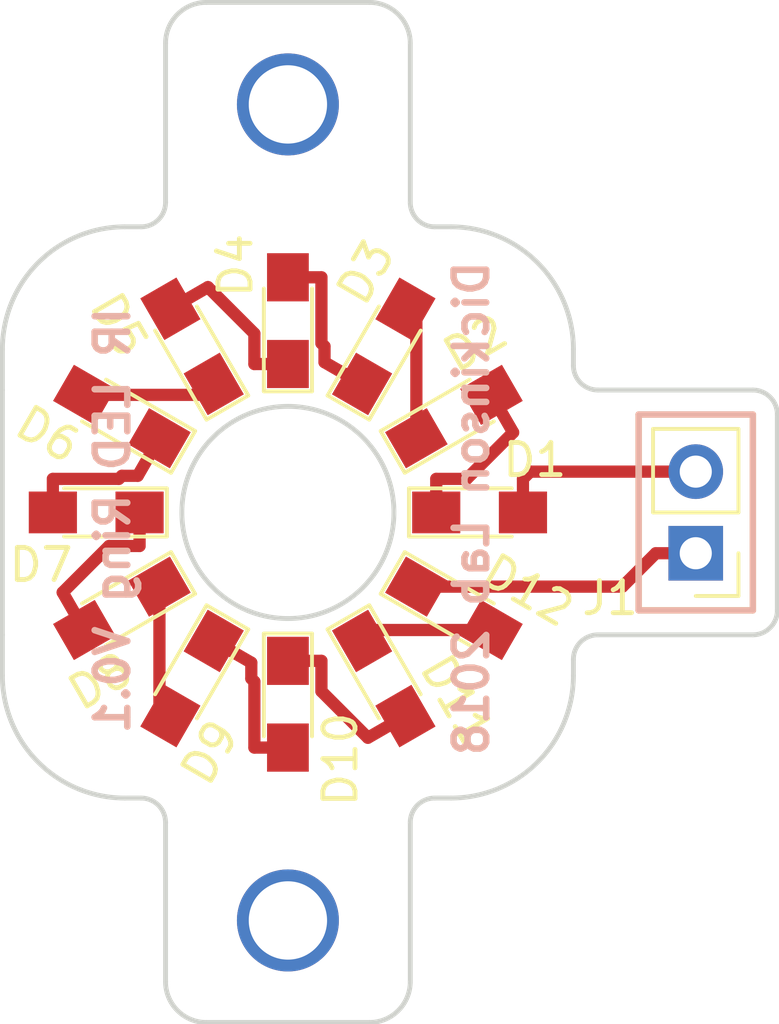
<source format=kicad_pcb>
(kicad_pcb (version 4) (host pcbnew 4.0.7-e2-6376~58~ubuntu16.04.1)

  (general
    (links 13)
    (no_connects 0)
    (area 41.834999 34.29 68.25082 67.1576)
    (thickness 1.6)
    (drawings 45)
    (tracks 45)
    (zones 0)
    (modules 15)
    (nets 14)
  )

  (page A4)
  (layers
    (0 F.Cu signal)
    (31 B.Cu signal)
    (32 B.Adhes user)
    (33 F.Adhes user)
    (34 B.Paste user)
    (35 F.Paste user)
    (36 B.SilkS user)
    (37 F.SilkS user)
    (38 B.Mask user)
    (39 F.Mask user)
    (40 Dwgs.User user)
    (41 Cmts.User user)
    (42 Eco1.User user)
    (43 Eco2.User user)
    (44 Edge.Cuts user)
    (45 Margin user)
    (46 B.CrtYd user)
    (47 F.CrtYd user)
    (48 B.Fab user)
    (49 F.Fab user)
  )

  (setup
    (last_trace_width 0.381)
    (trace_clearance 0.2032)
    (zone_clearance 0.508)
    (zone_45_only no)
    (trace_min 0.1524)
    (segment_width 0.2)
    (edge_width 0.15)
    (via_size 0.6858)
    (via_drill 0.3302)
    (via_min_size 0.6858)
    (via_min_drill 0.3302)
    (uvia_size 0.6858)
    (uvia_drill 0.3302)
    (uvias_allowed no)
    (uvia_min_size 0)
    (uvia_min_drill 0)
    (pcb_text_width 0.3)
    (pcb_text_size 1.5 1.5)
    (mod_edge_width 0.15)
    (mod_text_size 1 1)
    (mod_text_width 0.15)
    (pad_size 1.524 1.524)
    (pad_drill 0.762)
    (pad_to_mask_clearance 0.2)
    (aux_axis_origin 0 0)
    (visible_elements FFFFFF7F)
    (pcbplotparams
      (layerselection 0x010f0_80000001)
      (usegerberextensions false)
      (excludeedgelayer true)
      (linewidth 0.100000)
      (plotframeref false)
      (viasonmask false)
      (mode 1)
      (useauxorigin false)
      (hpglpennumber 1)
      (hpglpenspeed 20)
      (hpglpendiameter 15)
      (hpglpenoverlay 2)
      (psnegative false)
      (psa4output false)
      (plotreference true)
      (plotvalue true)
      (plotinvisibletext false)
      (padsonsilk false)
      (subtractmaskfromsilk false)
      (outputformat 1)
      (mirror false)
      (drillshape 0)
      (scaleselection 1)
      (outputdirectory gerber_v0p1/))
  )

  (net 0 "")
  (net 1 "Net-(D1-Pad1)")
  (net 2 "Net-(D1-Pad2)")
  (net 3 "Net-(D2-Pad1)")
  (net 4 "Net-(D3-Pad1)")
  (net 5 "Net-(D4-Pad1)")
  (net 6 "Net-(D5-Pad1)")
  (net 7 "Net-(D6-Pad1)")
  (net 8 "Net-(D7-Pad1)")
  (net 9 "Net-(D8-Pad1)")
  (net 10 "Net-(D10-Pad2)")
  (net 11 "Net-(D10-Pad1)")
  (net 12 "Net-(D11-Pad1)")
  (net 13 GND)

  (net_class Default "This is the default net class."
    (clearance 0.2032)
    (trace_width 0.381)
    (via_dia 0.6858)
    (via_drill 0.3302)
    (uvia_dia 0.6858)
    (uvia_drill 0.3302)
    (add_net GND)
    (add_net "Net-(D1-Pad1)")
    (add_net "Net-(D1-Pad2)")
    (add_net "Net-(D10-Pad1)")
    (add_net "Net-(D10-Pad2)")
    (add_net "Net-(D11-Pad1)")
    (add_net "Net-(D2-Pad1)")
    (add_net "Net-(D3-Pad1)")
    (add_net "Net-(D4-Pad1)")
    (add_net "Net-(D5-Pad1)")
    (add_net "Net-(D6-Pad1)")
    (add_net "Net-(D7-Pad1)")
    (add_net "Net-(D8-Pad1)")
  )

  (module LEDs:LED_0805_HandSoldering (layer F.Cu) (tedit 595FCA25) (tstamp 5B08B2AF)
    (at 56.769 50.8)
    (descr "Resistor SMD 0805, hand soldering")
    (tags "resistor 0805")
    (path /5B089FC0)
    (attr smd)
    (fp_text reference D1 (at 1.718028 -1.633929) (layer F.SilkS)
      (effects (font (size 1 1) (thickness 0.15)))
    )
    (fp_text value LED (at 0 1.75) (layer F.Fab) hide
      (effects (font (size 1 1) (thickness 0.15)))
    )
    (fp_line (start -0.4 -0.4) (end -0.4 0.4) (layer F.Fab) (width 0.1))
    (fp_line (start -0.4 0) (end 0.2 -0.4) (layer F.Fab) (width 0.1))
    (fp_line (start 0.2 0.4) (end -0.4 0) (layer F.Fab) (width 0.1))
    (fp_line (start 0.2 -0.4) (end 0.2 0.4) (layer F.Fab) (width 0.1))
    (fp_line (start -1 0.62) (end -1 -0.62) (layer F.Fab) (width 0.1))
    (fp_line (start 1 0.62) (end -1 0.62) (layer F.Fab) (width 0.1))
    (fp_line (start 1 -0.62) (end 1 0.62) (layer F.Fab) (width 0.1))
    (fp_line (start -1 -0.62) (end 1 -0.62) (layer F.Fab) (width 0.1))
    (fp_line (start 1 0.75) (end -2.2 0.75) (layer F.SilkS) (width 0.12))
    (fp_line (start -2.2 -0.75) (end 1 -0.75) (layer F.SilkS) (width 0.12))
    (fp_line (start -2.35 -0.9) (end 2.35 -0.9) (layer F.CrtYd) (width 0.05))
    (fp_line (start -2.35 -0.9) (end -2.35 0.9) (layer F.CrtYd) (width 0.05))
    (fp_line (start 2.35 0.9) (end 2.35 -0.9) (layer F.CrtYd) (width 0.05))
    (fp_line (start 2.35 0.9) (end -2.35 0.9) (layer F.CrtYd) (width 0.05))
    (fp_line (start -2.2 -0.75) (end -2.2 0.75) (layer F.SilkS) (width 0.12))
    (pad 1 smd rect (at -1.35 0) (size 1.5 1.3) (layers F.Cu F.Paste F.Mask)
      (net 1 "Net-(D1-Pad1)"))
    (pad 2 smd rect (at 1.35 0) (size 1.5 1.3) (layers F.Cu F.Paste F.Mask)
      (net 2 "Net-(D1-Pad2)"))
    (model ${KISYS3DMOD}/LEDs.3dshapes/LED_0805.wrl
      (at (xyz 0 0 0))
      (scale (xyz 1 1 1))
      (rotate (xyz 0 0 0))
    )
  )

  (module LEDs:LED_0805_HandSoldering (layer F.Cu) (tedit 595FCA25) (tstamp 5B08B2B5)
    (at 55.9693 47.8155 30)
    (descr "Resistor SMD 0805, hand soldering")
    (tags "resistor 0805")
    (path /5B08B467)
    (attr smd)
    (fp_text reference D2 (at 1.718027 -1.633928 30) (layer F.SilkS)
      (effects (font (size 1 1) (thickness 0.15)))
    )
    (fp_text value LED (at 0 1.75 30) (layer F.Fab) hide
      (effects (font (size 1 1) (thickness 0.15)))
    )
    (fp_line (start -0.4 -0.4) (end -0.4 0.4) (layer F.Fab) (width 0.1))
    (fp_line (start -0.4 0) (end 0.2 -0.4) (layer F.Fab) (width 0.1))
    (fp_line (start 0.2 0.4) (end -0.4 0) (layer F.Fab) (width 0.1))
    (fp_line (start 0.2 -0.4) (end 0.2 0.4) (layer F.Fab) (width 0.1))
    (fp_line (start -1 0.62) (end -1 -0.62) (layer F.Fab) (width 0.1))
    (fp_line (start 1 0.62) (end -1 0.62) (layer F.Fab) (width 0.1))
    (fp_line (start 1 -0.62) (end 1 0.62) (layer F.Fab) (width 0.1))
    (fp_line (start -1 -0.62) (end 1 -0.62) (layer F.Fab) (width 0.1))
    (fp_line (start 1 0.75) (end -2.2 0.75) (layer F.SilkS) (width 0.12))
    (fp_line (start -2.2 -0.75) (end 1 -0.75) (layer F.SilkS) (width 0.12))
    (fp_line (start -2.35 -0.9) (end 2.35 -0.9) (layer F.CrtYd) (width 0.05))
    (fp_line (start -2.35 -0.9) (end -2.35 0.9) (layer F.CrtYd) (width 0.05))
    (fp_line (start 2.35 0.9) (end 2.35 -0.9) (layer F.CrtYd) (width 0.05))
    (fp_line (start 2.35 0.9) (end -2.35 0.9) (layer F.CrtYd) (width 0.05))
    (fp_line (start -2.2 -0.75) (end -2.2 0.75) (layer F.SilkS) (width 0.12))
    (pad 1 smd rect (at -1.35 0 30) (size 1.5 1.3) (layers F.Cu F.Paste F.Mask)
      (net 3 "Net-(D2-Pad1)"))
    (pad 2 smd rect (at 1.35 0 30) (size 1.5 1.3) (layers F.Cu F.Paste F.Mask)
      (net 1 "Net-(D1-Pad1)"))
    (model ${KISYS3DMOD}/LEDs.3dshapes/LED_0805.wrl
      (at (xyz 0 0 0))
      (scale (xyz 1 1 1))
      (rotate (xyz 0 0 0))
    )
  )

  (module LEDs:LED_0805_HandSoldering (layer F.Cu) (tedit 595FCA25) (tstamp 5B08B2BB)
    (at 53.7845 45.6307 60)
    (descr "Resistor SMD 0805, hand soldering")
    (tags "resistor 0805")
    (path /5B08B4C1)
    (attr smd)
    (fp_text reference D3 (at 1.718027 -1.633928 60) (layer F.SilkS)
      (effects (font (size 1 1) (thickness 0.15)))
    )
    (fp_text value LED (at 0 1.75 60) (layer F.Fab) hide
      (effects (font (size 1 1) (thickness 0.15)))
    )
    (fp_line (start -0.4 -0.4) (end -0.4 0.4) (layer F.Fab) (width 0.1))
    (fp_line (start -0.4 0) (end 0.2 -0.4) (layer F.Fab) (width 0.1))
    (fp_line (start 0.2 0.4) (end -0.4 0) (layer F.Fab) (width 0.1))
    (fp_line (start 0.2 -0.4) (end 0.2 0.4) (layer F.Fab) (width 0.1))
    (fp_line (start -1 0.62) (end -1 -0.62) (layer F.Fab) (width 0.1))
    (fp_line (start 1 0.62) (end -1 0.62) (layer F.Fab) (width 0.1))
    (fp_line (start 1 -0.62) (end 1 0.62) (layer F.Fab) (width 0.1))
    (fp_line (start -1 -0.62) (end 1 -0.62) (layer F.Fab) (width 0.1))
    (fp_line (start 1 0.75) (end -2.2 0.75) (layer F.SilkS) (width 0.12))
    (fp_line (start -2.2 -0.75) (end 1 -0.75) (layer F.SilkS) (width 0.12))
    (fp_line (start -2.35 -0.9) (end 2.35 -0.9) (layer F.CrtYd) (width 0.05))
    (fp_line (start -2.35 -0.9) (end -2.35 0.9) (layer F.CrtYd) (width 0.05))
    (fp_line (start 2.35 0.9) (end 2.35 -0.9) (layer F.CrtYd) (width 0.05))
    (fp_line (start 2.35 0.9) (end -2.35 0.9) (layer F.CrtYd) (width 0.05))
    (fp_line (start -2.2 -0.75) (end -2.2 0.75) (layer F.SilkS) (width 0.12))
    (pad 1 smd rect (at -1.35 0 60) (size 1.5 1.3) (layers F.Cu F.Paste F.Mask)
      (net 4 "Net-(D3-Pad1)"))
    (pad 2 smd rect (at 1.35 0 60) (size 1.5 1.3) (layers F.Cu F.Paste F.Mask)
      (net 3 "Net-(D2-Pad1)"))
    (model ${KISYS3DMOD}/LEDs.3dshapes/LED_0805.wrl
      (at (xyz 0 0 0))
      (scale (xyz 1 1 1))
      (rotate (xyz 0 0 0))
    )
  )

  (module LEDs:LED_0805_HandSoldering (layer F.Cu) (tedit 595FCA25) (tstamp 5B08B2C1)
    (at 50.8 44.831 90)
    (descr "Resistor SMD 0805, hand soldering")
    (tags "resistor 0805")
    (path /5B08B4C7)
    (attr smd)
    (fp_text reference D4 (at 1.718028 -1.633929 90) (layer F.SilkS)
      (effects (font (size 1 1) (thickness 0.15)))
    )
    (fp_text value LED (at 0 1.75 90) (layer F.Fab) hide
      (effects (font (size 1 1) (thickness 0.15)))
    )
    (fp_line (start -0.4 -0.4) (end -0.4 0.4) (layer F.Fab) (width 0.1))
    (fp_line (start -0.4 0) (end 0.2 -0.4) (layer F.Fab) (width 0.1))
    (fp_line (start 0.2 0.4) (end -0.4 0) (layer F.Fab) (width 0.1))
    (fp_line (start 0.2 -0.4) (end 0.2 0.4) (layer F.Fab) (width 0.1))
    (fp_line (start -1 0.62) (end -1 -0.62) (layer F.Fab) (width 0.1))
    (fp_line (start 1 0.62) (end -1 0.62) (layer F.Fab) (width 0.1))
    (fp_line (start 1 -0.62) (end 1 0.62) (layer F.Fab) (width 0.1))
    (fp_line (start -1 -0.62) (end 1 -0.62) (layer F.Fab) (width 0.1))
    (fp_line (start 1 0.75) (end -2.2 0.75) (layer F.SilkS) (width 0.12))
    (fp_line (start -2.2 -0.75) (end 1 -0.75) (layer F.SilkS) (width 0.12))
    (fp_line (start -2.35 -0.9) (end 2.35 -0.9) (layer F.CrtYd) (width 0.05))
    (fp_line (start -2.35 -0.9) (end -2.35 0.9) (layer F.CrtYd) (width 0.05))
    (fp_line (start 2.35 0.9) (end 2.35 -0.9) (layer F.CrtYd) (width 0.05))
    (fp_line (start 2.35 0.9) (end -2.35 0.9) (layer F.CrtYd) (width 0.05))
    (fp_line (start -2.2 -0.75) (end -2.2 0.75) (layer F.SilkS) (width 0.12))
    (pad 1 smd rect (at -1.35 0 90) (size 1.5 1.3) (layers F.Cu F.Paste F.Mask)
      (net 5 "Net-(D4-Pad1)"))
    (pad 2 smd rect (at 1.35 0 90) (size 1.5 1.3) (layers F.Cu F.Paste F.Mask)
      (net 4 "Net-(D3-Pad1)"))
    (model ${KISYS3DMOD}/LEDs.3dshapes/LED_0805.wrl
      (at (xyz 0 0 0))
      (scale (xyz 1 1 1))
      (rotate (xyz 0 0 0))
    )
  )

  (module LEDs:LED_0805_HandSoldering (layer F.Cu) (tedit 595FCA25) (tstamp 5B08B2C7)
    (at 47.8155 45.6307 120)
    (descr "Resistor SMD 0805, hand soldering")
    (tags "resistor 0805")
    (path /5B08B749)
    (attr smd)
    (fp_text reference D5 (at 1.718027 -1.633928 120) (layer F.SilkS)
      (effects (font (size 1 1) (thickness 0.15)))
    )
    (fp_text value LED (at 0 1.75 120) (layer F.Fab) hide
      (effects (font (size 1 1) (thickness 0.15)))
    )
    (fp_line (start -0.4 -0.4) (end -0.4 0.4) (layer F.Fab) (width 0.1))
    (fp_line (start -0.4 0) (end 0.2 -0.4) (layer F.Fab) (width 0.1))
    (fp_line (start 0.2 0.4) (end -0.4 0) (layer F.Fab) (width 0.1))
    (fp_line (start 0.2 -0.4) (end 0.2 0.4) (layer F.Fab) (width 0.1))
    (fp_line (start -1 0.62) (end -1 -0.62) (layer F.Fab) (width 0.1))
    (fp_line (start 1 0.62) (end -1 0.62) (layer F.Fab) (width 0.1))
    (fp_line (start 1 -0.62) (end 1 0.62) (layer F.Fab) (width 0.1))
    (fp_line (start -1 -0.62) (end 1 -0.62) (layer F.Fab) (width 0.1))
    (fp_line (start 1 0.75) (end -2.2 0.75) (layer F.SilkS) (width 0.12))
    (fp_line (start -2.2 -0.75) (end 1 -0.75) (layer F.SilkS) (width 0.12))
    (fp_line (start -2.35 -0.9) (end 2.35 -0.9) (layer F.CrtYd) (width 0.05))
    (fp_line (start -2.35 -0.9) (end -2.35 0.9) (layer F.CrtYd) (width 0.05))
    (fp_line (start 2.35 0.9) (end 2.35 -0.9) (layer F.CrtYd) (width 0.05))
    (fp_line (start 2.35 0.9) (end -2.35 0.9) (layer F.CrtYd) (width 0.05))
    (fp_line (start -2.2 -0.75) (end -2.2 0.75) (layer F.SilkS) (width 0.12))
    (pad 1 smd rect (at -1.35 0 120) (size 1.5 1.3) (layers F.Cu F.Paste F.Mask)
      (net 6 "Net-(D5-Pad1)"))
    (pad 2 smd rect (at 1.35 0 120) (size 1.5 1.3) (layers F.Cu F.Paste F.Mask)
      (net 5 "Net-(D4-Pad1)"))
    (model ${KISYS3DMOD}/LEDs.3dshapes/LED_0805.wrl
      (at (xyz 0 0 0))
      (scale (xyz 1 1 1))
      (rotate (xyz 0 0 0))
    )
  )

  (module LEDs:LED_0805_HandSoldering (layer F.Cu) (tedit 595FCA25) (tstamp 5B08B2CD)
    (at 45.6307 47.8155 150)
    (descr "Resistor SMD 0805, hand soldering")
    (tags "resistor 0805")
    (path /5B08B74F)
    (attr smd)
    (fp_text reference D6 (at 1.718027 -1.633927 150) (layer F.SilkS)
      (effects (font (size 1 1) (thickness 0.15)))
    )
    (fp_text value LED (at 0 1.75 150) (layer F.Fab) hide
      (effects (font (size 1 1) (thickness 0.15)))
    )
    (fp_line (start -0.4 -0.4) (end -0.4 0.4) (layer F.Fab) (width 0.1))
    (fp_line (start -0.4 0) (end 0.2 -0.4) (layer F.Fab) (width 0.1))
    (fp_line (start 0.2 0.4) (end -0.4 0) (layer F.Fab) (width 0.1))
    (fp_line (start 0.2 -0.4) (end 0.2 0.4) (layer F.Fab) (width 0.1))
    (fp_line (start -1 0.62) (end -1 -0.62) (layer F.Fab) (width 0.1))
    (fp_line (start 1 0.62) (end -1 0.62) (layer F.Fab) (width 0.1))
    (fp_line (start 1 -0.62) (end 1 0.62) (layer F.Fab) (width 0.1))
    (fp_line (start -1 -0.62) (end 1 -0.62) (layer F.Fab) (width 0.1))
    (fp_line (start 1 0.75) (end -2.2 0.75) (layer F.SilkS) (width 0.12))
    (fp_line (start -2.2 -0.75) (end 1 -0.75) (layer F.SilkS) (width 0.12))
    (fp_line (start -2.35 -0.9) (end 2.35 -0.9) (layer F.CrtYd) (width 0.05))
    (fp_line (start -2.35 -0.9) (end -2.35 0.9) (layer F.CrtYd) (width 0.05))
    (fp_line (start 2.35 0.9) (end 2.35 -0.9) (layer F.CrtYd) (width 0.05))
    (fp_line (start 2.35 0.9) (end -2.35 0.9) (layer F.CrtYd) (width 0.05))
    (fp_line (start -2.2 -0.75) (end -2.2 0.75) (layer F.SilkS) (width 0.12))
    (pad 1 smd rect (at -1.35 0 150) (size 1.5 1.3) (layers F.Cu F.Paste F.Mask)
      (net 7 "Net-(D6-Pad1)"))
    (pad 2 smd rect (at 1.35 0 150) (size 1.5 1.3) (layers F.Cu F.Paste F.Mask)
      (net 6 "Net-(D5-Pad1)"))
    (model ${KISYS3DMOD}/LEDs.3dshapes/LED_0805.wrl
      (at (xyz 0 0 0))
      (scale (xyz 1 1 1))
      (rotate (xyz 0 0 0))
    )
  )

  (module LEDs:LED_0805_HandSoldering (layer F.Cu) (tedit 595FCA25) (tstamp 5B08B2D3)
    (at 44.831 50.8 180)
    (descr "Resistor SMD 0805, hand soldering")
    (tags "resistor 0805")
    (path /5B08B755)
    (attr smd)
    (fp_text reference D7 (at 1.718028 -1.633928 180) (layer F.SilkS)
      (effects (font (size 1 1) (thickness 0.15)))
    )
    (fp_text value LED (at 0 1.75 180) (layer F.Fab) hide
      (effects (font (size 1 1) (thickness 0.15)))
    )
    (fp_line (start -0.4 -0.4) (end -0.4 0.4) (layer F.Fab) (width 0.1))
    (fp_line (start -0.4 0) (end 0.2 -0.4) (layer F.Fab) (width 0.1))
    (fp_line (start 0.2 0.4) (end -0.4 0) (layer F.Fab) (width 0.1))
    (fp_line (start 0.2 -0.4) (end 0.2 0.4) (layer F.Fab) (width 0.1))
    (fp_line (start -1 0.62) (end -1 -0.62) (layer F.Fab) (width 0.1))
    (fp_line (start 1 0.62) (end -1 0.62) (layer F.Fab) (width 0.1))
    (fp_line (start 1 -0.62) (end 1 0.62) (layer F.Fab) (width 0.1))
    (fp_line (start -1 -0.62) (end 1 -0.62) (layer F.Fab) (width 0.1))
    (fp_line (start 1 0.75) (end -2.2 0.75) (layer F.SilkS) (width 0.12))
    (fp_line (start -2.2 -0.75) (end 1 -0.75) (layer F.SilkS) (width 0.12))
    (fp_line (start -2.35 -0.9) (end 2.35 -0.9) (layer F.CrtYd) (width 0.05))
    (fp_line (start -2.35 -0.9) (end -2.35 0.9) (layer F.CrtYd) (width 0.05))
    (fp_line (start 2.35 0.9) (end 2.35 -0.9) (layer F.CrtYd) (width 0.05))
    (fp_line (start 2.35 0.9) (end -2.35 0.9) (layer F.CrtYd) (width 0.05))
    (fp_line (start -2.2 -0.75) (end -2.2 0.75) (layer F.SilkS) (width 0.12))
    (pad 1 smd rect (at -1.35 0 180) (size 1.5 1.3) (layers F.Cu F.Paste F.Mask)
      (net 8 "Net-(D7-Pad1)"))
    (pad 2 smd rect (at 1.35 0 180) (size 1.5 1.3) (layers F.Cu F.Paste F.Mask)
      (net 7 "Net-(D6-Pad1)"))
    (model ${KISYS3DMOD}/LEDs.3dshapes/LED_0805.wrl
      (at (xyz 0 0 0))
      (scale (xyz 1 1 1))
      (rotate (xyz 0 0 0))
    )
  )

  (module LEDs:LED_0805_HandSoldering (layer F.Cu) (tedit 595FCA25) (tstamp 5B08B2D9)
    (at 45.6307 53.7845 210)
    (descr "Resistor SMD 0805, hand soldering")
    (tags "resistor 0805")
    (path /5B08B75B)
    (attr smd)
    (fp_text reference D8 (at 1.718027 -1.633927 210) (layer F.SilkS)
      (effects (font (size 1 1) (thickness 0.15)))
    )
    (fp_text value LED (at 0 1.75 210) (layer F.Fab) hide
      (effects (font (size 1 1) (thickness 0.15)))
    )
    (fp_line (start -0.4 -0.4) (end -0.4 0.4) (layer F.Fab) (width 0.1))
    (fp_line (start -0.4 0) (end 0.2 -0.4) (layer F.Fab) (width 0.1))
    (fp_line (start 0.2 0.4) (end -0.4 0) (layer F.Fab) (width 0.1))
    (fp_line (start 0.2 -0.4) (end 0.2 0.4) (layer F.Fab) (width 0.1))
    (fp_line (start -1 0.62) (end -1 -0.62) (layer F.Fab) (width 0.1))
    (fp_line (start 1 0.62) (end -1 0.62) (layer F.Fab) (width 0.1))
    (fp_line (start 1 -0.62) (end 1 0.62) (layer F.Fab) (width 0.1))
    (fp_line (start -1 -0.62) (end 1 -0.62) (layer F.Fab) (width 0.1))
    (fp_line (start 1 0.75) (end -2.2 0.75) (layer F.SilkS) (width 0.12))
    (fp_line (start -2.2 -0.75) (end 1 -0.75) (layer F.SilkS) (width 0.12))
    (fp_line (start -2.35 -0.9) (end 2.35 -0.9) (layer F.CrtYd) (width 0.05))
    (fp_line (start -2.35 -0.9) (end -2.35 0.9) (layer F.CrtYd) (width 0.05))
    (fp_line (start 2.35 0.9) (end 2.35 -0.9) (layer F.CrtYd) (width 0.05))
    (fp_line (start 2.35 0.9) (end -2.35 0.9) (layer F.CrtYd) (width 0.05))
    (fp_line (start -2.2 -0.75) (end -2.2 0.75) (layer F.SilkS) (width 0.12))
    (pad 1 smd rect (at -1.35 0 210) (size 1.5 1.3) (layers F.Cu F.Paste F.Mask)
      (net 9 "Net-(D8-Pad1)"))
    (pad 2 smd rect (at 1.35 0 210) (size 1.5 1.3) (layers F.Cu F.Paste F.Mask)
      (net 8 "Net-(D7-Pad1)"))
    (model ${KISYS3DMOD}/LEDs.3dshapes/LED_0805.wrl
      (at (xyz 0 0 0))
      (scale (xyz 1 1 1))
      (rotate (xyz 0 0 0))
    )
  )

  (module LEDs:LED_0805_HandSoldering (layer F.Cu) (tedit 595FCA25) (tstamp 5B08B2DF)
    (at 47.8155 55.9693 240)
    (descr "Resistor SMD 0805, hand soldering")
    (tags "resistor 0805")
    (path /5B08B9F6)
    (attr smd)
    (fp_text reference D9 (at 1.718027 -1.633928 240) (layer F.SilkS)
      (effects (font (size 1 1) (thickness 0.15)))
    )
    (fp_text value LED (at 0 1.75 240) (layer F.Fab) hide
      (effects (font (size 1 1) (thickness 0.15)))
    )
    (fp_line (start -0.4 -0.4) (end -0.4 0.4) (layer F.Fab) (width 0.1))
    (fp_line (start -0.4 0) (end 0.2 -0.4) (layer F.Fab) (width 0.1))
    (fp_line (start 0.2 0.4) (end -0.4 0) (layer F.Fab) (width 0.1))
    (fp_line (start 0.2 -0.4) (end 0.2 0.4) (layer F.Fab) (width 0.1))
    (fp_line (start -1 0.62) (end -1 -0.62) (layer F.Fab) (width 0.1))
    (fp_line (start 1 0.62) (end -1 0.62) (layer F.Fab) (width 0.1))
    (fp_line (start 1 -0.62) (end 1 0.62) (layer F.Fab) (width 0.1))
    (fp_line (start -1 -0.62) (end 1 -0.62) (layer F.Fab) (width 0.1))
    (fp_line (start 1 0.75) (end -2.2 0.75) (layer F.SilkS) (width 0.12))
    (fp_line (start -2.2 -0.75) (end 1 -0.75) (layer F.SilkS) (width 0.12))
    (fp_line (start -2.35 -0.9) (end 2.35 -0.9) (layer F.CrtYd) (width 0.05))
    (fp_line (start -2.35 -0.9) (end -2.35 0.9) (layer F.CrtYd) (width 0.05))
    (fp_line (start 2.35 0.9) (end 2.35 -0.9) (layer F.CrtYd) (width 0.05))
    (fp_line (start 2.35 0.9) (end -2.35 0.9) (layer F.CrtYd) (width 0.05))
    (fp_line (start -2.2 -0.75) (end -2.2 0.75) (layer F.SilkS) (width 0.12))
    (pad 1 smd rect (at -1.35 0 240) (size 1.5 1.3) (layers F.Cu F.Paste F.Mask)
      (net 10 "Net-(D10-Pad2)"))
    (pad 2 smd rect (at 1.35 0 240) (size 1.5 1.3) (layers F.Cu F.Paste F.Mask)
      (net 9 "Net-(D8-Pad1)"))
    (model ${KISYS3DMOD}/LEDs.3dshapes/LED_0805.wrl
      (at (xyz 0 0 0))
      (scale (xyz 1 1 1))
      (rotate (xyz 0 0 0))
    )
  )

  (module LEDs:LED_0805_HandSoldering (layer F.Cu) (tedit 595FCA25) (tstamp 5B08B2E5)
    (at 50.8 56.769 270)
    (descr "Resistor SMD 0805, hand soldering")
    (tags "resistor 0805")
    (path /5B08B9FC)
    (attr smd)
    (fp_text reference D10 (at 1.718028 -1.633928 270) (layer F.SilkS)
      (effects (font (size 1 1) (thickness 0.15)))
    )
    (fp_text value LED (at 0 1.75 270) (layer F.Fab) hide
      (effects (font (size 1 1) (thickness 0.15)))
    )
    (fp_line (start -0.4 -0.4) (end -0.4 0.4) (layer F.Fab) (width 0.1))
    (fp_line (start -0.4 0) (end 0.2 -0.4) (layer F.Fab) (width 0.1))
    (fp_line (start 0.2 0.4) (end -0.4 0) (layer F.Fab) (width 0.1))
    (fp_line (start 0.2 -0.4) (end 0.2 0.4) (layer F.Fab) (width 0.1))
    (fp_line (start -1 0.62) (end -1 -0.62) (layer F.Fab) (width 0.1))
    (fp_line (start 1 0.62) (end -1 0.62) (layer F.Fab) (width 0.1))
    (fp_line (start 1 -0.62) (end 1 0.62) (layer F.Fab) (width 0.1))
    (fp_line (start -1 -0.62) (end 1 -0.62) (layer F.Fab) (width 0.1))
    (fp_line (start 1 0.75) (end -2.2 0.75) (layer F.SilkS) (width 0.12))
    (fp_line (start -2.2 -0.75) (end 1 -0.75) (layer F.SilkS) (width 0.12))
    (fp_line (start -2.35 -0.9) (end 2.35 -0.9) (layer F.CrtYd) (width 0.05))
    (fp_line (start -2.35 -0.9) (end -2.35 0.9) (layer F.CrtYd) (width 0.05))
    (fp_line (start 2.35 0.9) (end 2.35 -0.9) (layer F.CrtYd) (width 0.05))
    (fp_line (start 2.35 0.9) (end -2.35 0.9) (layer F.CrtYd) (width 0.05))
    (fp_line (start -2.2 -0.75) (end -2.2 0.75) (layer F.SilkS) (width 0.12))
    (pad 1 smd rect (at -1.35 0 270) (size 1.5 1.3) (layers F.Cu F.Paste F.Mask)
      (net 11 "Net-(D10-Pad1)"))
    (pad 2 smd rect (at 1.35 0 270) (size 1.5 1.3) (layers F.Cu F.Paste F.Mask)
      (net 10 "Net-(D10-Pad2)"))
    (model ${KISYS3DMOD}/LEDs.3dshapes/LED_0805.wrl
      (at (xyz 0 0 0))
      (scale (xyz 1 1 1))
      (rotate (xyz 0 0 0))
    )
  )

  (module LEDs:LED_0805_HandSoldering (layer F.Cu) (tedit 595FCA25) (tstamp 5B08B2EB)
    (at 53.7845 55.9693 300)
    (descr "Resistor SMD 0805, hand soldering")
    (tags "resistor 0805")
    (path /5B08BA02)
    (attr smd)
    (fp_text reference D11 (at 1.718027 -1.633927 300) (layer F.SilkS)
      (effects (font (size 1 1) (thickness 0.15)))
    )
    (fp_text value LED (at 0 1.75 300) (layer F.Fab) hide
      (effects (font (size 1 1) (thickness 0.15)))
    )
    (fp_line (start -0.4 -0.4) (end -0.4 0.4) (layer F.Fab) (width 0.1))
    (fp_line (start -0.4 0) (end 0.2 -0.4) (layer F.Fab) (width 0.1))
    (fp_line (start 0.2 0.4) (end -0.4 0) (layer F.Fab) (width 0.1))
    (fp_line (start 0.2 -0.4) (end 0.2 0.4) (layer F.Fab) (width 0.1))
    (fp_line (start -1 0.62) (end -1 -0.62) (layer F.Fab) (width 0.1))
    (fp_line (start 1 0.62) (end -1 0.62) (layer F.Fab) (width 0.1))
    (fp_line (start 1 -0.62) (end 1 0.62) (layer F.Fab) (width 0.1))
    (fp_line (start -1 -0.62) (end 1 -0.62) (layer F.Fab) (width 0.1))
    (fp_line (start 1 0.75) (end -2.2 0.75) (layer F.SilkS) (width 0.12))
    (fp_line (start -2.2 -0.75) (end 1 -0.75) (layer F.SilkS) (width 0.12))
    (fp_line (start -2.35 -0.9) (end 2.35 -0.9) (layer F.CrtYd) (width 0.05))
    (fp_line (start -2.35 -0.9) (end -2.35 0.9) (layer F.CrtYd) (width 0.05))
    (fp_line (start 2.35 0.9) (end 2.35 -0.9) (layer F.CrtYd) (width 0.05))
    (fp_line (start 2.35 0.9) (end -2.35 0.9) (layer F.CrtYd) (width 0.05))
    (fp_line (start -2.2 -0.75) (end -2.2 0.75) (layer F.SilkS) (width 0.12))
    (pad 1 smd rect (at -1.35 0 300) (size 1.5 1.3) (layers F.Cu F.Paste F.Mask)
      (net 12 "Net-(D11-Pad1)"))
    (pad 2 smd rect (at 1.35 0 300) (size 1.5 1.3) (layers F.Cu F.Paste F.Mask)
      (net 11 "Net-(D10-Pad1)"))
    (model ${KISYS3DMOD}/LEDs.3dshapes/LED_0805.wrl
      (at (xyz 0 0 0))
      (scale (xyz 1 1 1))
      (rotate (xyz 0 0 0))
    )
  )

  (module LEDs:LED_0805_HandSoldering (layer F.Cu) (tedit 595FCA25) (tstamp 5B08B2F1)
    (at 55.9693 53.7845 330)
    (descr "Resistor SMD 0805, hand soldering")
    (tags "resistor 0805")
    (path /5B08BA08)
    (attr smd)
    (fp_text reference D12 (at 1.718027 -1.633928 330) (layer F.SilkS)
      (effects (font (size 1 1) (thickness 0.15)))
    )
    (fp_text value LED (at 0 1.75 330) (layer F.Fab) hide
      (effects (font (size 1 1) (thickness 0.15)))
    )
    (fp_line (start -0.4 -0.4) (end -0.4 0.4) (layer F.Fab) (width 0.1))
    (fp_line (start -0.4 0) (end 0.2 -0.4) (layer F.Fab) (width 0.1))
    (fp_line (start 0.2 0.4) (end -0.4 0) (layer F.Fab) (width 0.1))
    (fp_line (start 0.2 -0.4) (end 0.2 0.4) (layer F.Fab) (width 0.1))
    (fp_line (start -1 0.62) (end -1 -0.62) (layer F.Fab) (width 0.1))
    (fp_line (start 1 0.62) (end -1 0.62) (layer F.Fab) (width 0.1))
    (fp_line (start 1 -0.62) (end 1 0.62) (layer F.Fab) (width 0.1))
    (fp_line (start -1 -0.62) (end 1 -0.62) (layer F.Fab) (width 0.1))
    (fp_line (start 1 0.75) (end -2.2 0.75) (layer F.SilkS) (width 0.12))
    (fp_line (start -2.2 -0.75) (end 1 -0.75) (layer F.SilkS) (width 0.12))
    (fp_line (start -2.35 -0.9) (end 2.35 -0.9) (layer F.CrtYd) (width 0.05))
    (fp_line (start -2.35 -0.9) (end -2.35 0.9) (layer F.CrtYd) (width 0.05))
    (fp_line (start 2.35 0.9) (end 2.35 -0.9) (layer F.CrtYd) (width 0.05))
    (fp_line (start 2.35 0.9) (end -2.35 0.9) (layer F.CrtYd) (width 0.05))
    (fp_line (start -2.2 -0.75) (end -2.2 0.75) (layer F.SilkS) (width 0.12))
    (pad 1 smd rect (at -1.35 0 330) (size 1.5 1.3) (layers F.Cu F.Paste F.Mask)
      (net 13 GND))
    (pad 2 smd rect (at 1.35 0 330) (size 1.5 1.3) (layers F.Cu F.Paste F.Mask)
      (net 12 "Net-(D11-Pad1)"))
    (model ${KISYS3DMOD}/LEDs.3dshapes/LED_0805.wrl
      (at (xyz 0 0 0))
      (scale (xyz 1 1 1))
      (rotate (xyz 0 0 0))
    )
  )

  (module Pin_Headers:Pin_Header_Straight_1x02_Pitch2.54mm (layer F.Cu) (tedit 5B117309) (tstamp 5B08B2F7)
    (at 63.5 52.07 180)
    (descr "Through hole straight pin header, 1x02, 2.54mm pitch, single row")
    (tags "Through hole pin header THT 1x02 2.54mm single row")
    (path /5B08A20D)
    (fp_text reference J1 (at 2.667 -1.397 180) (layer F.SilkS)
      (effects (font (size 1 1) (thickness 0.15)))
    )
    (fp_text value Conn_01x02 (at 0 4.87 180) (layer F.Fab) hide
      (effects (font (size 1 1) (thickness 0.15)))
    )
    (fp_line (start -0.635 -1.27) (end 1.27 -1.27) (layer F.Fab) (width 0.1))
    (fp_line (start 1.27 -1.27) (end 1.27 3.81) (layer F.Fab) (width 0.1))
    (fp_line (start 1.27 3.81) (end -1.27 3.81) (layer F.Fab) (width 0.1))
    (fp_line (start -1.27 3.81) (end -1.27 -0.635) (layer F.Fab) (width 0.1))
    (fp_line (start -1.27 -0.635) (end -0.635 -1.27) (layer F.Fab) (width 0.1))
    (fp_line (start -1.33 3.87) (end 1.33 3.87) (layer F.SilkS) (width 0.12))
    (fp_line (start -1.33 1.27) (end -1.33 3.87) (layer F.SilkS) (width 0.12))
    (fp_line (start 1.33 1.27) (end 1.33 3.87) (layer F.SilkS) (width 0.12))
    (fp_line (start -1.33 1.27) (end 1.33 1.27) (layer F.SilkS) (width 0.12))
    (fp_line (start -1.33 0) (end -1.33 -1.33) (layer F.SilkS) (width 0.12))
    (fp_line (start -1.33 -1.33) (end 0 -1.33) (layer F.SilkS) (width 0.12))
    (fp_line (start -1.8 -1.8) (end -1.8 4.35) (layer F.CrtYd) (width 0.05))
    (fp_line (start -1.8 4.35) (end 1.8 4.35) (layer F.CrtYd) (width 0.05))
    (fp_line (start 1.8 4.35) (end 1.8 -1.8) (layer F.CrtYd) (width 0.05))
    (fp_line (start 1.8 -1.8) (end -1.8 -1.8) (layer F.CrtYd) (width 0.05))
    (fp_text user %R (at 0 1.27 270) (layer F.Fab) hide
      (effects (font (size 1 1) (thickness 0.15)))
    )
    (pad 1 thru_hole rect (at 0 0 180) (size 1.7 1.7) (drill 1) (layers *.Cu *.Mask)
      (net 13 GND))
    (pad 2 thru_hole oval (at 0 2.54 180) (size 1.7 1.7) (drill 1) (layers *.Cu *.Mask)
      (net 2 "Net-(D1-Pad2)"))
    (model ${KISYS3DMOD}/Pin_Headers.3dshapes/Pin_Header_Straight_1x02_Pitch2.54mm.wrl
      (at (xyz 0 0 0))
      (scale (xyz 1 1 1))
      (rotate (xyz 0 0 0))
    )
  )

  (module mount_hole_4-40:MOUNT_HOLE_4-40 (layer F.Cu) (tedit 5B1174AD) (tstamp 5B119119)
    (at 50.8 38.1)
    (fp_text reference M1 (at 0 2.54) (layer F.SilkS) hide
      (effects (font (size 1.016 1.016) (thickness 0.2032)))
    )
    (fp_text value MOUNT_HOLE_4-40 (at 0 -2.794) (layer F.Fab) hide
      (effects (font (size 1.016 1.016) (thickness 0.2032)))
    )
    (pad 1 thru_hole circle (at 0 0) (size 3.175 3.175) (drill 2.4384) (layers *.Cu *.Mask))
  )

  (module mount_hole_4-40:MOUNT_HOLE_4-40 (layer F.Cu) (tedit 5B1174B8) (tstamp 5B11912A)
    (at 50.8 63.5)
    (fp_text reference M2 (at 0 2.54) (layer F.SilkS) hide
      (effects (font (size 1.016 1.016) (thickness 0.2032)))
    )
    (fp_text value MOUNT_HOLE_4-40 (at 0 -2.794) (layer F.Fab) hide
      (effects (font (size 1.016 1.016) (thickness 0.2032)))
    )
    (pad 1 thru_hole circle (at 0 0) (size 3.175 3.175) (drill 2.4384) (layers *.Cu *.Mask))
  )

  (gr_text "Dickinson Lab 2018" (at 56.515 50.673 90) (layer B.SilkS)
    (effects (font (size 1.016 1.016) (thickness 0.2032)) (justify mirror))
  )
  (gr_text "IR LED Ring V0.1\n" (at 45.339 51.054 90) (layer B.SilkS)
    (effects (font (size 1.016 1.016) (thickness 0.2032)) (justify mirror))
  )
  (gr_line (start 48.26 66.675) (end 53.34 66.675) (angle 90) (layer Edge.Cuts) (width 0.15))
  (gr_line (start 46.99 60.452) (end 46.99 65.405) (angle 90) (layer Edge.Cuts) (width 0.15))
  (gr_line (start 54.61 60.452) (end 54.61 65.405) (angle 90) (layer Edge.Cuts) (width 0.15))
  (gr_line (start 46.99 36.195) (end 46.99 41.148) (angle 90) (layer Edge.Cuts) (width 0.15))
  (gr_line (start 54.61 36.195) (end 54.61 41.148) (angle 90) (layer Edge.Cuts) (width 0.15))
  (gr_line (start 48.26 34.925) (end 53.34 34.925) (angle 90) (layer Edge.Cuts) (width 0.15))
  (gr_arc (start 53.34 65.405) (end 54.61 65.405) (angle 90) (layer Edge.Cuts) (width 0.15))
  (gr_arc (start 48.26 65.405) (end 48.26 66.675) (angle 90) (layer Edge.Cuts) (width 0.15))
  (gr_arc (start 53.34 36.195) (end 53.34 34.925) (angle 90) (layer Edge.Cuts) (width 0.15))
  (gr_arc (start 48.26 36.195) (end 46.99 36.195) (angle 90) (layer Edge.Cuts) (width 0.15))
  (gr_line (start 65.278 47.752) (end 61.722 47.752) (angle 90) (layer B.SilkS) (width 0.2))
  (gr_line (start 65.278 53.848) (end 65.278 47.752) (angle 90) (layer B.SilkS) (width 0.2))
  (gr_line (start 61.722 53.848) (end 65.278 53.848) (angle 90) (layer B.SilkS) (width 0.2))
  (gr_line (start 61.722 47.752) (end 61.722 53.848) (angle 90) (layer B.SilkS) (width 0.2))
  (gr_line (start 65.278 47.752) (end 61.722 47.752) (angle 90) (layer F.SilkS) (width 0.2))
  (gr_line (start 65.278 53.848) (end 65.278 47.752) (angle 90) (layer F.SilkS) (width 0.2))
  (gr_line (start 61.722 53.848) (end 65.278 53.848) (angle 90) (layer F.SilkS) (width 0.2))
  (gr_line (start 61.722 47.752) (end 61.722 53.848) (angle 90) (layer F.SilkS) (width 0.2))
  (gr_line (start 59.69 45.72) (end 59.69 46.228) (angle 90) (layer Edge.Cuts) (width 0.15))
  (gr_arc (start 55.372 60.452) (end 54.61 60.452) (angle 90) (layer Edge.Cuts) (width 0.15))
  (gr_arc (start 46.228 60.452) (end 46.228 59.69) (angle 90) (layer Edge.Cuts) (width 0.15))
  (gr_line (start 55.372 59.69) (end 55.88 59.69) (angle 90) (layer Edge.Cuts) (width 0.15))
  (gr_line (start 45.72 59.69) (end 46.228 59.69) (angle 90) (layer Edge.Cuts) (width 0.15))
  (gr_arc (start 46.228 41.148) (end 46.99 41.148) (angle 90) (layer Edge.Cuts) (width 0.15))
  (gr_arc (start 55.372 41.148) (end 55.372 41.91) (angle 90) (layer Edge.Cuts) (width 0.15))
  (gr_line (start 55.88 41.91) (end 55.372 41.91) (angle 90) (layer Edge.Cuts) (width 0.15))
  (gr_line (start 45.72 41.91) (end 46.228 41.91) (angle 90) (layer Edge.Cuts) (width 0.15))
  (gr_line (start 41.91 54.61) (end 41.91 55.88) (angle 90) (layer Edge.Cuts) (width 0.15))
  (gr_line (start 41.91 45.72) (end 41.91 46.99) (angle 90) (layer Edge.Cuts) (width 0.15))
  (gr_line (start 59.69 55.372) (end 59.69 55.88) (angle 90) (layer Edge.Cuts) (width 0.15))
  (gr_line (start 60.452 54.61) (end 65.278 54.61) (angle 90) (layer Edge.Cuts) (width 0.15))
  (gr_line (start 66.04 47.752) (end 66.04 53.848) (angle 90) (layer Edge.Cuts) (width 0.15))
  (gr_line (start 60.452 46.99) (end 65.278 46.99) (angle 90) (layer Edge.Cuts) (width 0.15))
  (gr_arc (start 45.72 55.88) (end 45.72 59.69) (angle 90) (layer Edge.Cuts) (width 0.15))
  (gr_arc (start 45.72 45.72) (end 41.91 45.72) (angle 90) (layer Edge.Cuts) (width 0.15))
  (gr_arc (start 55.88 55.88) (end 59.69 55.88) (angle 90) (layer Edge.Cuts) (width 0.15))
  (gr_arc (start 55.88 45.72) (end 55.88 41.91) (angle 90) (layer Edge.Cuts) (width 0.15))
  (gr_arc (start 65.278 53.848) (end 66.04 53.848) (angle 90) (layer Edge.Cuts) (width 0.15))
  (gr_arc (start 65.278 47.752) (end 65.278 46.99) (angle 90) (layer Edge.Cuts) (width 0.15))
  (gr_arc (start 60.452 55.372) (end 59.69 55.372) (angle 90) (layer Edge.Cuts) (width 0.15))
  (gr_arc (start 60.452 46.228) (end 60.452 46.99) (angle 90) (layer Edge.Cuts) (width 0.15))
  (gr_line (start 41.91 46.99) (end 41.91 54.61) (angle 90) (layer Edge.Cuts) (width 0.15))
  (gr_circle (center 50.8 50.8) (end 54.102 50.8) (layer Edge.Cuts) (width 0.15))

  (segment (start 56.3678 49.756) (end 55.419 49.756) (width 0.381) (layer F.Cu) (net 1))
  (segment (start 57.8137 48.3101) (end 56.3678 49.756) (width 0.381) (layer F.Cu) (net 1))
  (segment (start 57.1384 47.1405) (end 57.8137 48.3101) (width 0.381) (layer F.Cu) (net 1))
  (segment (start 55.419 50.8) (end 55.419 49.756) (width 0.381) (layer F.Cu) (net 1))
  (segment (start 58.345 49.53) (end 58.119 49.756) (width 0.381) (layer F.Cu) (net 2))
  (segment (start 63.5 49.53) (end 58.345 49.53) (width 0.381) (layer F.Cu) (net 2))
  (segment (start 58.119 50.8) (end 58.119 49.756) (width 0.381) (layer F.Cu) (net 2))
  (segment (start 54.8002 44.8023) (end 54.8002 48.4905) (width 0.381) (layer F.Cu) (net 3))
  (segment (start 54.4595 44.4616) (end 54.8002 44.8023) (width 0.381) (layer F.Cu) (net 3))
  (segment (start 51.94 45.6303) (end 51.94 46.1245) (width 0.381) (layer F.Cu) (net 4))
  (segment (start 51.844 45.5343) (end 51.94 45.6303) (width 0.381) (layer F.Cu) (net 4))
  (segment (start 51.844 43.481) (end 51.844 45.5343) (width 0.381) (layer F.Cu) (net 4))
  (segment (start 50.8 43.481) (end 51.844 43.481) (width 0.381) (layer F.Cu) (net 4))
  (segment (start 53.1095 46.7998) (end 51.94 46.1245) (width 0.381) (layer F.Cu) (net 4))
  (segment (start 49.756 45.2322) (end 49.756 46.181) (width 0.381) (layer F.Cu) (net 5))
  (segment (start 48.3101 43.7863) (end 49.756 45.2322) (width 0.381) (layer F.Cu) (net 5))
  (segment (start 47.1405 44.4616) (end 48.3101 43.7863) (width 0.381) (layer F.Cu) (net 5))
  (segment (start 50.8 46.181) (end 49.756 46.181) (width 0.381) (layer F.Cu) (net 5))
  (segment (start 48.1498 47.1405) (end 48.4905 46.7998) (width 0.381) (layer F.Cu) (net 6))
  (segment (start 44.4616 47.1405) (end 48.1498 47.1405) (width 0.381) (layer F.Cu) (net 6))
  (segment (start 45.6303 49.66) (end 46.1245 49.66) (width 0.381) (layer F.Cu) (net 7))
  (segment (start 45.5343 49.756) (end 45.6303 49.66) (width 0.381) (layer F.Cu) (net 7))
  (segment (start 43.481 49.756) (end 45.5343 49.756) (width 0.381) (layer F.Cu) (net 7))
  (segment (start 43.481 50.8) (end 43.481 49.756) (width 0.381) (layer F.Cu) (net 7))
  (segment (start 46.7998 48.4905) (end 46.1245 49.66) (width 0.381) (layer F.Cu) (net 7))
  (segment (start 45.2322 51.844) (end 46.181 51.844) (width 0.381) (layer F.Cu) (net 8))
  (segment (start 43.7863 53.2899) (end 45.2322 51.844) (width 0.381) (layer F.Cu) (net 8))
  (segment (start 44.4616 54.4595) (end 43.7863 53.2899) (width 0.381) (layer F.Cu) (net 8))
  (segment (start 46.181 50.8) (end 46.181 51.844) (width 0.381) (layer F.Cu) (net 8))
  (segment (start 46.7998 56.7977) (end 46.7998 53.1095) (width 0.381) (layer F.Cu) (net 9))
  (segment (start 47.1405 57.1384) (end 46.7998 56.7977) (width 0.381) (layer F.Cu) (net 9))
  (segment (start 49.66 55.9697) (end 49.66 55.4755) (width 0.381) (layer F.Cu) (net 10))
  (segment (start 49.756 56.0657) (end 49.66 55.9697) (width 0.381) (layer F.Cu) (net 10))
  (segment (start 49.756 58.119) (end 49.756 56.0657) (width 0.381) (layer F.Cu) (net 10))
  (segment (start 50.8 58.119) (end 49.756 58.119) (width 0.381) (layer F.Cu) (net 10))
  (segment (start 48.4905 54.8002) (end 49.66 55.4755) (width 0.381) (layer F.Cu) (net 10))
  (segment (start 51.844 56.3678) (end 51.844 55.419) (width 0.381) (layer F.Cu) (net 11))
  (segment (start 53.2899 57.8137) (end 51.844 56.3678) (width 0.381) (layer F.Cu) (net 11))
  (segment (start 54.4595 57.1384) (end 53.2899 57.8137) (width 0.381) (layer F.Cu) (net 11))
  (segment (start 50.8 55.419) (end 51.844 55.419) (width 0.381) (layer F.Cu) (net 11))
  (segment (start 53.4502 54.4595) (end 53.1095 54.8002) (width 0.381) (layer F.Cu) (net 12))
  (segment (start 57.1384 54.4595) (end 53.4502 54.4595) (width 0.381) (layer F.Cu) (net 12))
  (segment (start 61.2165 53.1095) (end 54.8002 53.1095) (width 0.381) (layer F.Cu) (net 13))
  (segment (start 62.256 52.07) (end 61.2165 53.1095) (width 0.381) (layer F.Cu) (net 13))
  (segment (start 63.5 52.07) (end 62.256 52.07) (width 0.381) (layer F.Cu) (net 13))

)

</source>
